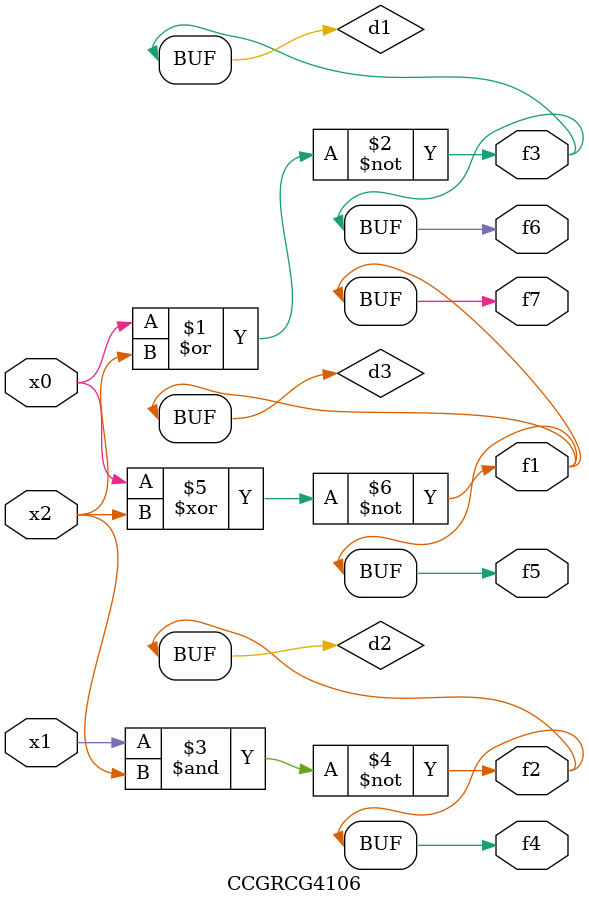
<source format=v>
module CCGRCG4106(
	input x0, x1, x2,
	output f1, f2, f3, f4, f5, f6, f7
);

	wire d1, d2, d3;

	nor (d1, x0, x2);
	nand (d2, x1, x2);
	xnor (d3, x0, x2);
	assign f1 = d3;
	assign f2 = d2;
	assign f3 = d1;
	assign f4 = d2;
	assign f5 = d3;
	assign f6 = d1;
	assign f7 = d3;
endmodule

</source>
